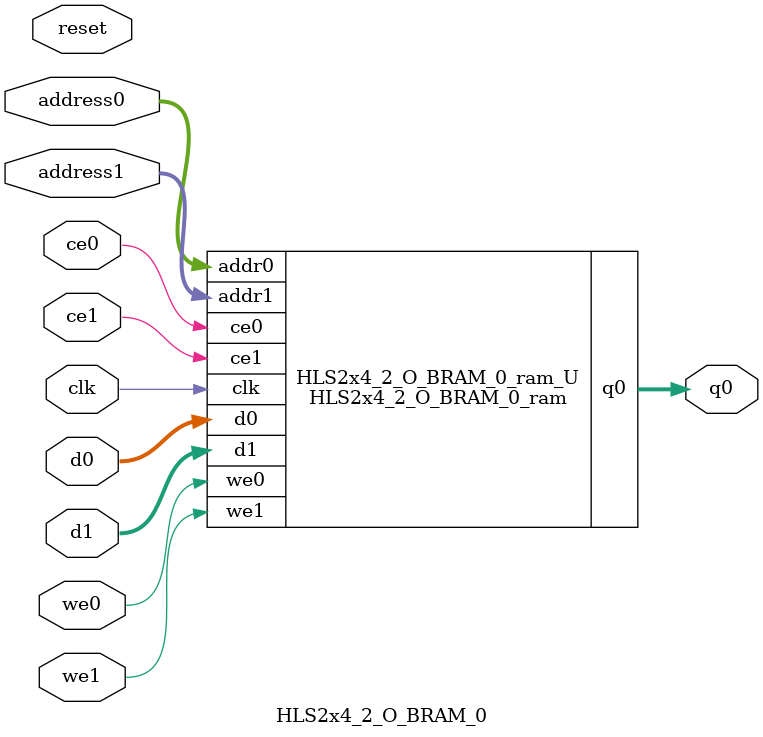
<source format=v>

`timescale 1 ns / 1 ps
module HLS2x4_2_O_BRAM_0_ram (addr0, ce0, d0, we0, q0, addr1, ce1, d1, we1,  clk);

parameter DWIDTH = 16;
parameter AWIDTH = 10;
parameter MEM_SIZE = 729;

input[AWIDTH-1:0] addr0;
input ce0;
input[DWIDTH-1:0] d0;
input we0;
output reg[DWIDTH-1:0] q0;
input[AWIDTH-1:0] addr1;
input ce1;
input[DWIDTH-1:0] d1;
input we1;
input clk;

(* ram_style = "block" *)reg [DWIDTH-1:0] ram[0:MEM_SIZE-1];




always @(posedge clk)  
begin 
    if (ce0) 
    begin
        if (we0) 
        begin 
            ram[addr0] <= d0; 
            q0 <= d0;
        end 
        else 
            q0 <= ram[addr0];
    end
end


always @(posedge clk)  
begin 
    if (ce1) 
    begin
        if (we1) 
        begin 
            ram[addr1] <= d1; 
        end 
    end
end


endmodule


`timescale 1 ns / 1 ps
module HLS2x4_2_O_BRAM_0(
    reset,
    clk,
    address0,
    ce0,
    we0,
    d0,
    q0,
    address1,
    ce1,
    we1,
    d1);

parameter DataWidth = 32'd16;
parameter AddressRange = 32'd729;
parameter AddressWidth = 32'd10;
input reset;
input clk;
input[AddressWidth - 1:0] address0;
input ce0;
input we0;
input[DataWidth - 1:0] d0;
output[DataWidth - 1:0] q0;
input[AddressWidth - 1:0] address1;
input ce1;
input we1;
input[DataWidth - 1:0] d1;



HLS2x4_2_O_BRAM_0_ram HLS2x4_2_O_BRAM_0_ram_U(
    .clk( clk ),
    .addr0( address0 ),
    .ce0( ce0 ),
    .d0( d0 ),
    .we0( we0 ),
    .q0( q0 ),
    .addr1( address1 ),
    .ce1( ce1 ),
    .d1( d1 ),
    .we1( we1 ));

endmodule


</source>
